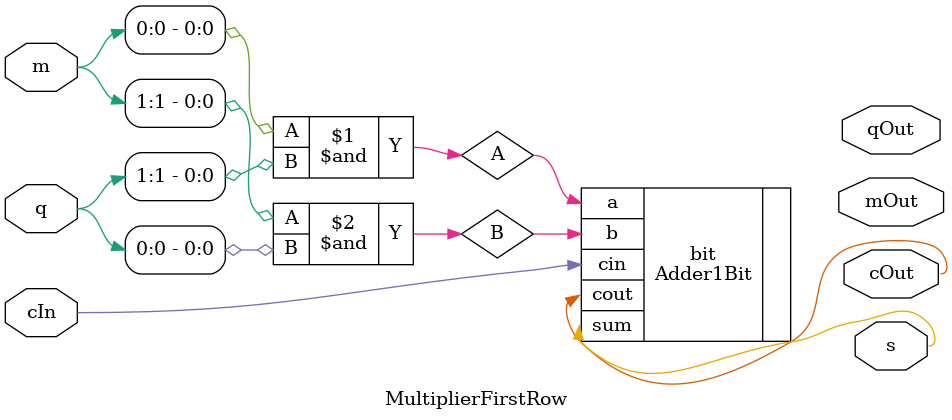
<source format=v>
/*
 * Submodule for First Row of Multiplier
 * ----------------
 *
 * The module is a First Row of Multiplier which has been
 * built in Verilog using Gate-Level 1-bit full adders.
 *
 */
module MultiplierFirstRow (
    // Declare input and output ports
    input  [1:0] m,
    input  [1:0] q,
    input        cIn,
    
    output [1:0] qOut,
    output       cOut,
    output       mOut,
    output       s
);

     // Internal wire connection
     wire A,B;

	  // Declare AND gate primitive with inputs m[0] and q[1] with output A
	  and(A,m[0],q[1]);
	  // Declare AND gate primitive with inputs m[1] and q[0] with output B
	  and(B,m[1],q[0]);
	  
	 // Instantiate First Row of Multiplier for 1bit Adder
    Adder1Bit bit (
        .cin (cIn     ),
        .a   (A       ),
        .b   (B       ),
        .sum (s       ),
        .cout(cOut    )
    );
	  
	  

endmodule // End of module

</source>
